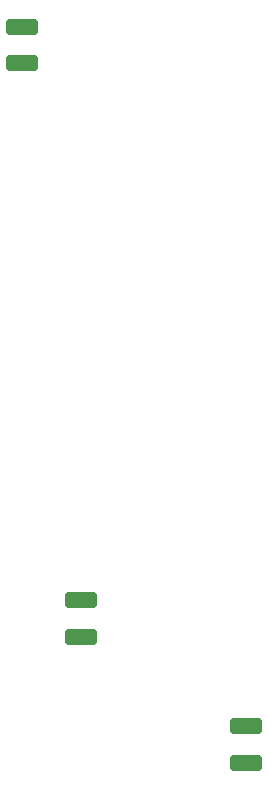
<source format=gbr>
%TF.GenerationSoftware,KiCad,Pcbnew,(7.0.0)*%
%TF.CreationDate,2023-05-27T01:43:55+02:00*%
%TF.ProjectId,workbench,776f726b-6265-46e6-9368-2e6b69636164,rev?*%
%TF.SameCoordinates,Original*%
%TF.FileFunction,Paste,Top*%
%TF.FilePolarity,Positive*%
%FSLAX46Y46*%
G04 Gerber Fmt 4.6, Leading zero omitted, Abs format (unit mm)*
G04 Created by KiCad (PCBNEW (7.0.0)) date 2023-05-27 01:43:55*
%MOMM*%
%LPD*%
G01*
G04 APERTURE LIST*
G04 Aperture macros list*
%AMRoundRect*
0 Rectangle with rounded corners*
0 $1 Rounding radius*
0 $2 $3 $4 $5 $6 $7 $8 $9 X,Y pos of 4 corners*
0 Add a 4 corners polygon primitive as box body*
4,1,4,$2,$3,$4,$5,$6,$7,$8,$9,$2,$3,0*
0 Add four circle primitives for the rounded corners*
1,1,$1+$1,$2,$3*
1,1,$1+$1,$4,$5*
1,1,$1+$1,$6,$7*
1,1,$1+$1,$8,$9*
0 Add four rect primitives between the rounded corners*
20,1,$1+$1,$2,$3,$4,$5,0*
20,1,$1+$1,$4,$5,$6,$7,0*
20,1,$1+$1,$6,$7,$8,$9,0*
20,1,$1+$1,$8,$9,$2,$3,0*%
G04 Aperture macros list end*
%ADD10RoundRect,0.250000X-1.100000X0.412500X-1.100000X-0.412500X1.100000X-0.412500X1.100000X0.412500X0*%
%ADD11RoundRect,0.250000X1.100000X-0.412500X1.100000X0.412500X-1.100000X0.412500X-1.100000X-0.412500X0*%
G04 APERTURE END LIST*
D10*
%TO.C,C19*%
X121793000Y-47040000D03*
X121793000Y-50165000D03*
%TD*%
D11*
%TO.C,C5*%
X140716000Y-109424000D03*
X140716000Y-106299000D03*
%TD*%
D10*
%TO.C,C4*%
X126746000Y-95592500D03*
X126746000Y-98717500D03*
%TD*%
M02*

</source>
